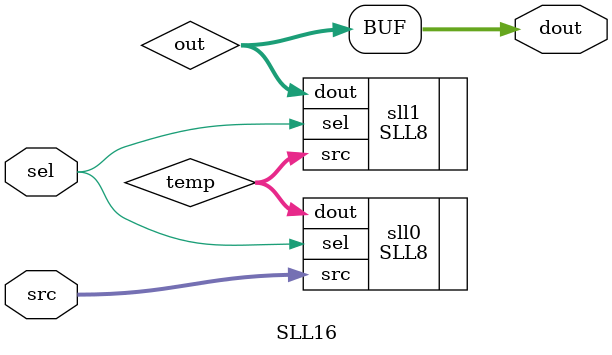
<source format=v>
module SLL16( sel, src, dout ) ;

 input sel ;
 input[31:0] src ;
 output[31:0] dout ;
 
 wire[31:0] temp , out ;
 
 SLL8 sll0( .sel(sel), .src(src),  .dout(temp) ) ;
 SLL8 sll1( .sel(sel), .src(temp),  .dout(out) ) ;

 assign dout = out ;
 
endmodule
</source>
